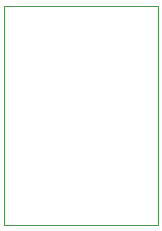
<source format=gm1>
G04 #@! TF.GenerationSoftware,KiCad,Pcbnew,7.0.8*
G04 #@! TF.CreationDate,2024-06-18T02:31:12+01:00*
G04 #@! TF.ProjectId,eMMC_V3.5.2_0603,654d4d43-5f56-4332-9e35-2e325f303630,rev?*
G04 #@! TF.SameCoordinates,Original*
G04 #@! TF.FileFunction,Profile,NP*
%FSLAX46Y46*%
G04 Gerber Fmt 4.6, Leading zero omitted, Abs format (unit mm)*
G04 Created by KiCad (PCBNEW 7.0.8) date 2024-06-18 02:31:12*
%MOMM*%
%LPD*%
G01*
G04 APERTURE LIST*
G04 #@! TA.AperFunction,Profile*
%ADD10C,0.100000*%
G04 #@! TD*
G04 APERTURE END LIST*
D10*
X101180000Y-44070000D02*
X114180000Y-44070000D01*
X114180000Y-62590000D01*
X101180000Y-62590000D01*
X101180000Y-44070000D01*
M02*

</source>
